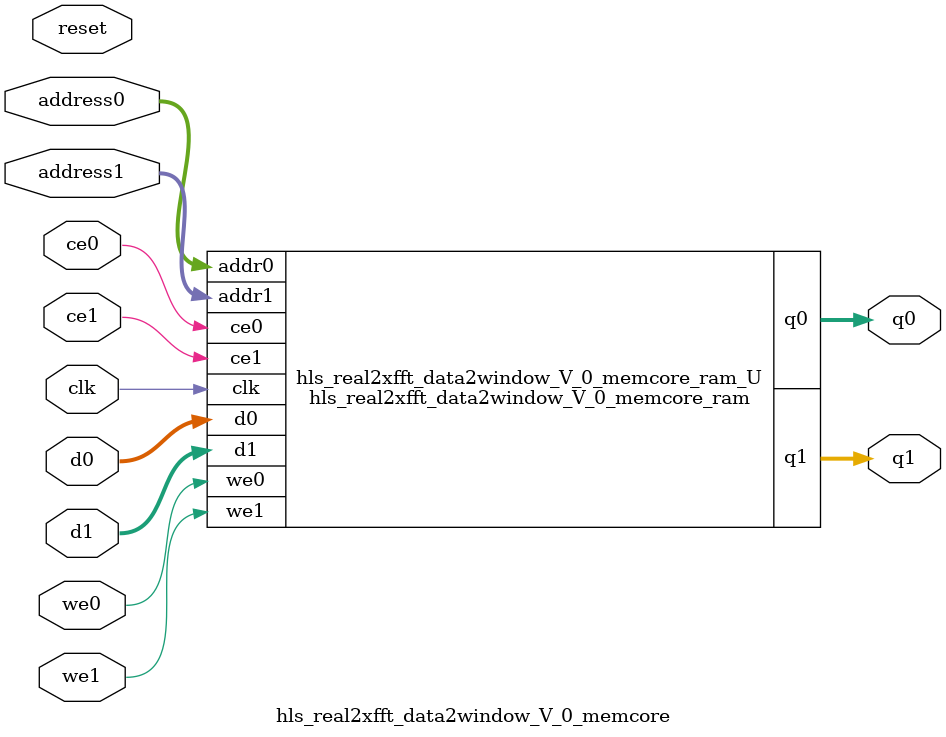
<source format=v>
`timescale 1 ns / 1 ps
module hls_real2xfft_data2window_V_0_memcore_ram (addr0, ce0, d0, we0, q0, addr1, ce1, d1, we1, q1,  clk);

parameter DWIDTH = 16;
parameter AWIDTH = 10;
parameter MEM_SIZE = 1024;

input[AWIDTH-1:0] addr0;
input ce0;
input[DWIDTH-1:0] d0;
input we0;
output reg[DWIDTH-1:0] q0;
input[AWIDTH-1:0] addr1;
input ce1;
input[DWIDTH-1:0] d1;
input we1;
output reg[DWIDTH-1:0] q1;
input clk;

reg [DWIDTH-1:0] ram[0:MEM_SIZE-1];




always @(posedge clk)  
begin 
    if (ce0) begin
        if (we0) 
            ram[addr0] <= d0; 
        q0 <= ram[addr0];
    end
end


always @(posedge clk)  
begin 
    if (ce1) begin
        if (we1) 
            ram[addr1] <= d1; 
        q1 <= ram[addr1];
    end
end


endmodule

`timescale 1 ns / 1 ps
module hls_real2xfft_data2window_V_0_memcore(
    reset,
    clk,
    address0,
    ce0,
    we0,
    d0,
    q0,
    address1,
    ce1,
    we1,
    d1,
    q1);

parameter DataWidth = 32'd16;
parameter AddressRange = 32'd1024;
parameter AddressWidth = 32'd10;
input reset;
input clk;
input[AddressWidth - 1:0] address0;
input ce0;
input we0;
input[DataWidth - 1:0] d0;
output[DataWidth - 1:0] q0;
input[AddressWidth - 1:0] address1;
input ce1;
input we1;
input[DataWidth - 1:0] d1;
output[DataWidth - 1:0] q1;



hls_real2xfft_data2window_V_0_memcore_ram hls_real2xfft_data2window_V_0_memcore_ram_U(
    .clk( clk ),
    .addr0( address0 ),
    .ce0( ce0 ),
    .we0( we0 ),
    .d0( d0 ),
    .q0( q0 ),
    .addr1( address1 ),
    .ce1( ce1 ),
    .we1( we1 ),
    .d1( d1 ),
    .q1( q1 ));

endmodule


</source>
